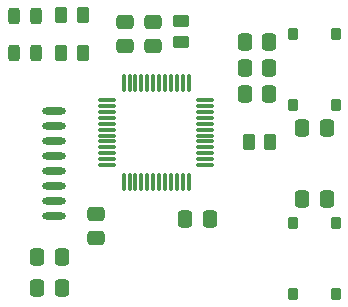
<source format=gbr>
%TF.GenerationSoftware,KiCad,Pcbnew,9.0.1*%
%TF.CreationDate,2025-08-08T13:51:02+02:00*%
%TF.ProjectId,remote,72656d6f-7465-42e6-9b69-6361645f7063,rev?*%
%TF.SameCoordinates,Original*%
%TF.FileFunction,Paste,Top*%
%TF.FilePolarity,Positive*%
%FSLAX46Y46*%
G04 Gerber Fmt 4.6, Leading zero omitted, Abs format (unit mm)*
G04 Created by KiCad (PCBNEW 9.0.1) date 2025-08-08 13:51:02*
%MOMM*%
%LPD*%
G01*
G04 APERTURE LIST*
G04 Aperture macros list*
%AMRoundRect*
0 Rectangle with rounded corners*
0 $1 Rounding radius*
0 $2 $3 $4 $5 $6 $7 $8 $9 X,Y pos of 4 corners*
0 Add a 4 corners polygon primitive as box body*
4,1,4,$2,$3,$4,$5,$6,$7,$8,$9,$2,$3,0*
0 Add four circle primitives for the rounded corners*
1,1,$1+$1,$2,$3*
1,1,$1+$1,$4,$5*
1,1,$1+$1,$6,$7*
1,1,$1+$1,$8,$9*
0 Add four rect primitives between the rounded corners*
20,1,$1+$1,$2,$3,$4,$5,0*
20,1,$1+$1,$4,$5,$6,$7,0*
20,1,$1+$1,$6,$7,$8,$9,0*
20,1,$1+$1,$8,$9,$2,$3,0*%
G04 Aperture macros list end*
%ADD10RoundRect,0.250000X-0.262500X-0.450000X0.262500X-0.450000X0.262500X0.450000X-0.262500X0.450000X0*%
%ADD11RoundRect,0.243750X0.243750X0.456250X-0.243750X0.456250X-0.243750X-0.456250X0.243750X-0.456250X0*%
%ADD12RoundRect,0.250000X0.475000X-0.337500X0.475000X0.337500X-0.475000X0.337500X-0.475000X-0.337500X0*%
%ADD13RoundRect,0.250000X-0.337500X-0.475000X0.337500X-0.475000X0.337500X0.475000X-0.337500X0.475000X0*%
%ADD14RoundRect,0.250000X0.337500X0.475000X-0.337500X0.475000X-0.337500X-0.475000X0.337500X-0.475000X0*%
%ADD15RoundRect,0.075000X-0.075000X0.662500X-0.075000X-0.662500X0.075000X-0.662500X0.075000X0.662500X0*%
%ADD16RoundRect,0.075000X-0.662500X0.075000X-0.662500X-0.075000X0.662500X-0.075000X0.662500X0.075000X0*%
%ADD17O,2.000000X0.600000*%
%ADD18RoundRect,0.250000X-0.475000X0.337500X-0.475000X-0.337500X0.475000X-0.337500X0.475000X0.337500X0*%
%ADD19RoundRect,0.120000X0.280000X-0.380000X0.280000X0.380000X-0.280000X0.380000X-0.280000X-0.380000X0*%
%ADD20RoundRect,0.250000X-0.450000X0.262500X-0.450000X-0.262500X0.450000X-0.262500X0.450000X0.262500X0*%
G04 APERTURE END LIST*
D10*
%TO.C,R2*%
X125437500Y-113150000D03*
X127262500Y-113150000D03*
%TD*%
D11*
%TO.C,D1*%
X107450000Y-102460000D03*
X105575000Y-102460000D03*
%TD*%
D10*
%TO.C,R4*%
X109575000Y-105600000D03*
X111400000Y-105600000D03*
%TD*%
D12*
%TO.C,C8*%
X117365000Y-105037500D03*
X117365000Y-102962500D03*
%TD*%
D13*
%TO.C,C7*%
X107525000Y-125500000D03*
X109600000Y-125500000D03*
%TD*%
D11*
%TO.C,D2*%
X107450000Y-105645000D03*
X105575000Y-105645000D03*
%TD*%
D10*
%TO.C,R3*%
X109575000Y-102415000D03*
X111400000Y-102415000D03*
%TD*%
D14*
%TO.C,C9*%
X132037500Y-118000000D03*
X129962500Y-118000000D03*
%TD*%
D12*
%TO.C,C4*%
X115000000Y-105037500D03*
X115000000Y-102962500D03*
%TD*%
D13*
%TO.C,C3*%
X125112500Y-106900000D03*
X127187500Y-106900000D03*
%TD*%
D15*
%TO.C,U1*%
X120350000Y-108187500D03*
X119850000Y-108187500D03*
X119350000Y-108187500D03*
X118850000Y-108187500D03*
X118350000Y-108187500D03*
X117850000Y-108187500D03*
X117350000Y-108187500D03*
X116850000Y-108187500D03*
X116350000Y-108187500D03*
X115850000Y-108187500D03*
X115350000Y-108187500D03*
X114850000Y-108187500D03*
D16*
X113437500Y-109600000D03*
X113437500Y-110100000D03*
X113437500Y-110600000D03*
X113437500Y-111100000D03*
X113437500Y-111600000D03*
X113437500Y-112100000D03*
X113437500Y-112600000D03*
X113437500Y-113100000D03*
X113437500Y-113600000D03*
X113437500Y-114100000D03*
X113437500Y-114600000D03*
X113437500Y-115100000D03*
D15*
X114850000Y-116512500D03*
X115350000Y-116512500D03*
X115850000Y-116512500D03*
X116350000Y-116512500D03*
X116850000Y-116512500D03*
X117350000Y-116512500D03*
X117850000Y-116512500D03*
X118350000Y-116512500D03*
X118850000Y-116512500D03*
X119350000Y-116512500D03*
X119850000Y-116512500D03*
X120350000Y-116512500D03*
D16*
X121762500Y-115100000D03*
X121762500Y-114600000D03*
X121762500Y-114100000D03*
X121762500Y-113600000D03*
X121762500Y-113100000D03*
X121762500Y-112600000D03*
X121762500Y-112100000D03*
X121762500Y-111600000D03*
X121762500Y-111100000D03*
X121762500Y-110600000D03*
X121762500Y-110100000D03*
X121762500Y-109600000D03*
%TD*%
D17*
%TO.C,NRF1*%
X108937500Y-119445000D03*
X108937500Y-118175000D03*
X108937500Y-116905000D03*
X108937500Y-115635000D03*
X108937500Y-114365000D03*
X108937500Y-113095000D03*
X108937500Y-111825000D03*
X108937500Y-110555000D03*
%TD*%
D13*
%TO.C,C6*%
X107525000Y-122900000D03*
X109600000Y-122900000D03*
%TD*%
D18*
%TO.C,C5*%
X112550000Y-119237500D03*
X112550000Y-121312500D03*
%TD*%
D19*
%TO.C,SW1*%
X129200000Y-126000000D03*
X132800000Y-120000000D03*
X132800000Y-126000000D03*
X129200000Y-120000000D03*
%TD*%
D20*
%TO.C,R1*%
X119700000Y-102887500D03*
X119700000Y-104712500D03*
%TD*%
D13*
%TO.C,C2*%
X125112500Y-109100000D03*
X127187500Y-109100000D03*
%TD*%
%TO.C,C10*%
X129962500Y-112000000D03*
X132037500Y-112000000D03*
%TD*%
%TO.C,C11*%
X125112500Y-104700000D03*
X127187500Y-104700000D03*
%TD*%
%TO.C,C1*%
X120062500Y-119650000D03*
X122137500Y-119650000D03*
%TD*%
D19*
%TO.C,SW2*%
X129200000Y-110000000D03*
X132800000Y-104000000D03*
X132800000Y-110000000D03*
X129200000Y-104000000D03*
%TD*%
M02*

</source>
